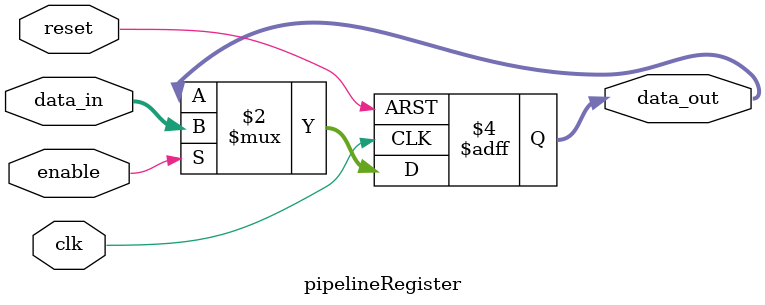
<source format=v>
module pipelineRegister #(
    parameter WIDTH = 8
) (
    input wire clk,
    input wire reset,
    input wire enable,
    input wire [WIDTH-1:0] data_in,
    output reg [WIDTH-1:0] data_out
);


    always @(posedge clk or posedge reset) begin
        if (reset) begin
            data_out <= 0;
        end else if (enable) begin
            data_out <= data_in;
        end
    end


endmodule
</source>
